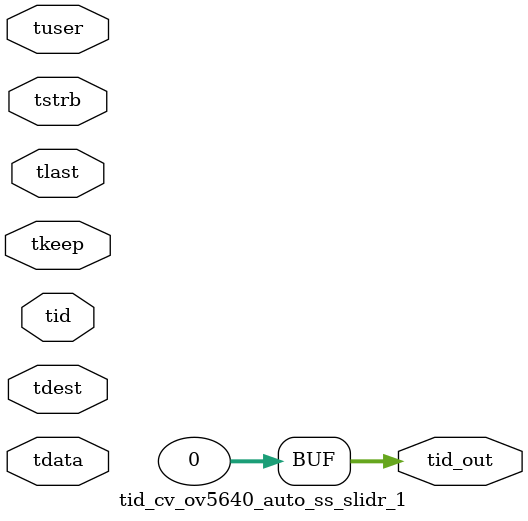
<source format=v>


`timescale 1ps/1ps

module tid_cv_ov5640_auto_ss_slidr_1 #
(
parameter C_S_AXIS_TID_WIDTH   = 1,
parameter C_S_AXIS_TUSER_WIDTH = 0,
parameter C_S_AXIS_TDATA_WIDTH = 0,
parameter C_S_AXIS_TDEST_WIDTH = 0,
parameter C_M_AXIS_TID_WIDTH   = 32
)
(
input  [(C_S_AXIS_TID_WIDTH   == 0 ? 1 : C_S_AXIS_TID_WIDTH)-1:0       ] tid,
input  [(C_S_AXIS_TDATA_WIDTH == 0 ? 1 : C_S_AXIS_TDATA_WIDTH)-1:0     ] tdata,
input  [(C_S_AXIS_TUSER_WIDTH == 0 ? 1 : C_S_AXIS_TUSER_WIDTH)-1:0     ] tuser,
input  [(C_S_AXIS_TDEST_WIDTH == 0 ? 1 : C_S_AXIS_TDEST_WIDTH)-1:0     ] tdest,
input  [(C_S_AXIS_TDATA_WIDTH/8)-1:0 ] tkeep,
input  [(C_S_AXIS_TDATA_WIDTH/8)-1:0 ] tstrb,
input                                                                    tlast,
output [(C_M_AXIS_TID_WIDTH   == 0 ? 1 : C_M_AXIS_TID_WIDTH)-1:0       ] tid_out
);

assign tid_out = {1'b0};

endmodule


</source>
